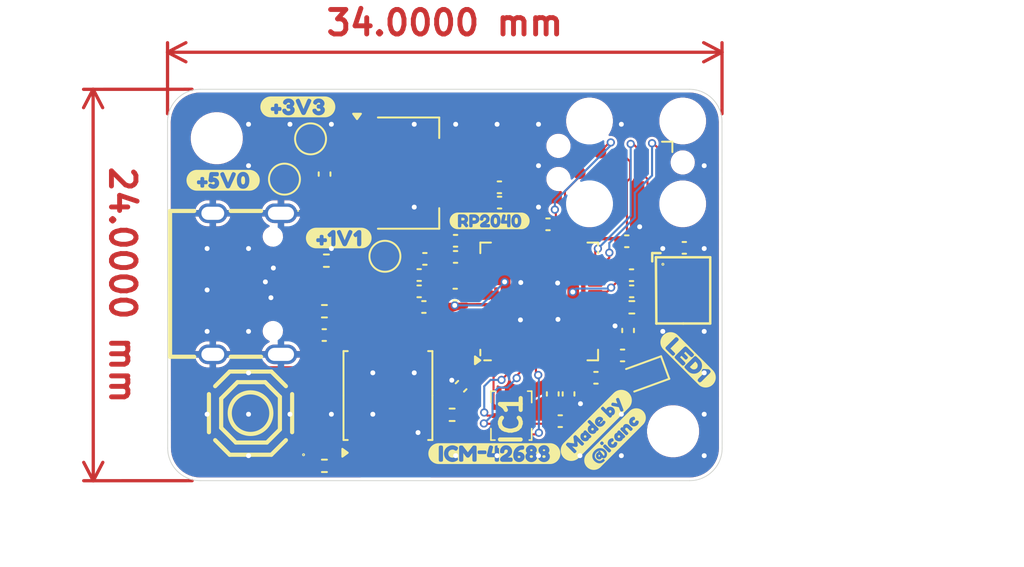
<source format=kicad_pcb>
(kicad_pcb (version 20240108) (generator "pcbnew") (generator_version "8.0")
  (layers (0 "F.Cu" signal) (31 "B.Cu" signal) (34 "B.Paste" user) (35 "F.Paste" user) (36 "B.SilkS" user "B.Silkscreen") (37 "F.SilkS" user "F.Silkscreen") (38 "B.Mask" user) (39 "F.Mask" user) (44 "Edge.Cuts" user))
  (net 0 "")
  (net 1 "/GPIO20")
  (net 2 "GND")
  (net 3 "+1V1")
  (net 4 "+3V3")
  (net 5 "+5V")
  (net 6 "/XIN")
  (net 7 "Net-(X101-OSC1)")
  (net 8 "Net-(D101-A)")
  (net 9 "/SCLK")
  (net 10 "/CS")
  (net 11 "/SDO")
  (net 12 "/SDI")
  (net 13 "/INT2")
  (net 14 "/INT1")
  (net 15 "/RUN")
  (net 16 "/SWCLK")
  (net 17 "/SWD")
  (net 18 "Net-(U104-B)")
  (net 19 "/QSPI_SS")
  (net 20 "Net-(U102-CC2)")
  (net 21 "Net-(U102-CC1)")
  (net 22 "/XOUT")
  (net 23 "Net-(U1-USB_DP)")
  (net 24 "/USB_P")
  (net 25 "/USB_N")
  (net 26 "Net-(U1-USB_DM)")
  (net 27 "/LED_HB")
  (net 29 "/QSPI_SD1")
  (net 30 "/GPIO19")
  (net 32 "/QSPI_SD3")
  (net 33 "/GPIO21")
  (net 37 "/QSPI_SD2")
  (net 39 "/QSPI_SD0")
  (net 43 "/QSPI_SCLK")
  (net 52 "/GPIO16")
  (net 53 "/GPIO17")
  (footprint "footprints:USB-C_SMD-TYPE-C-31-M-12" (layer "F.Cu") (at 120 95 -90)
    (property "Reference" "U102" (hide yes))
    (property "Value" "USB-TYPE-C-018")
  )
  (footprint "footprints:IIM42352" (layer "F.Cu") (at 135.83 103.08 90)
    (property "Reference" "IC1")
    (property "Value" "ICM-42688-P" (hide yes))
  )
  (footprint "Package_DFN_QFN:QFN-56-1EP_7x7mm_P0.4mm_EP3.2x3.2mm" (layer "F.Cu") (at 137.54 96.08 90)
    (property "Reference" "U1" (hide yes))
    (property "Value" "RP2040")
  )
  (footprint "Capacitor_SMD:C_0402_1005Metric" (layer "F.Cu") (at 142.91 92.39)
    (property "Reference" "C114" (hide yes))
    (property "Value" "100nF")
  )
  (footprint "kibuzzard-66F14B33" (layer "F.Cu") (at 142.19 104.52 45)
    (property "Reference" "kibuzzard-66F14B33" (hide yes))
    (property "Value" "G***" (hide yes))
  )
  (footprint "footprints:OSC-SMD_4P-L3.2-W2.5-BL" (layer "F.Cu") (at 146.375032 95.400076 -90)
    (property "Reference" "X101" (hide yes))
    (property "Value" "X322512MSB4SI")
  )
  (footprint "Capacitor_SMD:C_0402_1005Metric" (layer "F.Cu") (at 130.47 96.42 180)
    (property "Reference" "C102" (hide yes))
    (property "Value" "100nF")
  )
  (footprint "Capacitor_SMD:C_0402_1005Metric" (layer "F.Cu") (at 124.36 98.14 180)
    (property "Reference" "C105" (hide yes))
    (property "Value" "100n")
  )
  (footprint "Capacitor_SMD:C_0402_1005Metric" (layer "F.Cu") (at 141.02 100.76 180)
    (property "Reference" "R108" (hide yes))
    (property "Value" "1kΩ")
  )
  (footprint "Capacitor_SMD:C_0402_1005Metric" (layer "F.Cu") (at 130.53 93.47 180)
    (property "Reference" "C104" (hide yes))
    (property "Value" "1uF")
  )
  (footprint "Capacitor_SMD:C_0402_1005Metric" (layer "F.Cu") (at 142.99 97.86 -90)
    (property "Reference" "C108" (hide yes))
    (property "Value" "15pF")
  )
  (footprint "Capacitor_SMD:C_0402_1005Metric" (layer "F.Cu") (at 138.83 103.42)
    (property "Reference" "C8" (hide yes))
    (property "Value" "10nF")
  )
  (footprint "Package_TO_SOT_SMD:SOT-223-3_TabPin2" (layer "F.Cu") (at 129.5 88.21)
    (property "Reference" "U103" (hide yes))
    (property "Value" "NCP1117-3.3_SOT223")
  )
  (footprint "Resistor_SMD:R_0402_1005Metric" (layer "F.Cu") (at 124.37 96.68 180)
    (property "Reference" "R103" (hide yes))
    (property "Value" "5.1K")
  )
  (footprint "Resistor_SMD:R_0402_1005Metric" (layer "F.Cu") (at 124.370001 106.16 180)
    (property "Reference" "R101" (hide yes))
    (property "Value" "1k")
  )
  (footprint "Capacitor_SMD:C_0402_1005Metric" (layer "F.Cu") (at 138.08 91.35 180)
    (property "Reference" "C115" (hide yes))
    (property "Value" "100nF")
  )
  (footprint "kibuzzard-66F14561" (layer "F.Cu") (at 134.5 91.14)
    (property "Reference" "kibuzzard-66F14561" (hide yes))
    (property "Value" "G***" (hide yes))
  )
  (footprint "Capacitor_SMD:C_0402_1005Metric" (layer "F.Cu") (at 135.11 90.02)
    (property "Reference" "C107" (hide yes))
    (property "Value" "10u")
  )
  (footprint "Capacitor_SMD:C_0402_1005Metric" (layer "F.Cu") (at 132.75 101.28 -135)
    (property "Reference" "C112" (hide yes))
    (property "Value" "100nF")
  )
  (footprint "kibuzzard-66F14AE0" (layer "F.Cu") (at 118.16 88.65)
    (property "Reference" "kibuzzard-66F14AE0" (hide yes))
    (property "Value" "G***" (hide yes))
  )
  (footprint "TestPoint:TestPoint_Pad_D1.5mm" (layer "F.Cu") (at 128.08 93.31)
    (property "Reference" "TP101" (hide yes))
    (property "Value" "Test_1V1")
  )
  (footprint "kibuzzard-66F14520" (layer "F.Cu") (at 122.74 84.15)
    (property "Reference" "kibuzzard-66F14520" (hide yes))
    (property "Value" "G***" (hide yes))
  )
  (footprint "Capacitor_SMD:C_0402_1005Metric" (layer "F.Cu") (at 132.41 93.35 180)
    (property "Reference" "C101" (hide yes))
    (property "Value" "1uF/10V")
  )
  (footprint "Capacitor_SMD:C_0402_1005Metric" (layer "F.Cu") (at 143.21 95.46)
    (property "Reference" "C117" (hide yes))
    (property "Value" "100nF")
  )
  (footprint "Capacitor_SMD:C_0402_1005Metric" (layer "F.Cu") (at 130.18 95.46)
    (property "Reference" "R106" (hide yes))
    (property "Value" "27Ω")
  )
  (footprint "Resistor_SMD:R_0402_1005Metric" (layer "F.Cu") (at 124.49 93.58)
    (property "Reference" "R104" (hide yes))
    (property "Value" "5.1K")
  )
  (footprint "Capacitor_SMD:C_0402_1005Metric" (layer "F.Cu") (at 124.38 88.27 90)
    (property "Reference" "C106" (hide yes))
    (property "Value" "10u")
  )
  (footprint "TestPoint:TestPoint_Pad_D1.5mm" (layer "F.Cu") (at 123.52 86.11)
    (property "Reference" "TP102" (hide yes))
    (property "Value" "Test_3V3")
  )
  (footprint "kibuzzard-66F14516" (layer "F.Cu") (at 125.25 92.19)
    (property "Reference" "kibuzzard-66F14516" (hide yes))
    (property "Value" "G***" (hide yes))
  )
  (footprint "TestPoint:TestPoint_Pad_D1.5mm" (layer "F.Cu") (at 121.92 88.58)
    (property "Reference" "TP103" (hide yes))
    (property "Value" "Test_5V5")
  )
  (footprint "kibuzzard-66F144BA" (layer "F.Cu") (at 146.67 99.66 -45)
    (property "Reference" "kibuzzard-66F144BA" (hide yes))
    (property "Value" "G***" (hide yes))
  )
  (footprint "Resistor_SMD:R_0402_1005Metric" (layer "F.Cu") (at 143.22 96.44)
    (property "Reference" "R105" (hide yes))
    (property "Value" "1k")
  )
  (footprint "Capacitor_SMD:C_0402_1005Metric" (layer "F.Cu") (at 130.18 94.46)
    (property "Reference" "R107" (hide yes))
    (property "Value" "27Ω")
  )
  (footprint "LED_SMD:LED_0603_1608Metric" (layer "F.Cu") (at 143.869296 100.640704 -160)
    (property "Reference" "D101" (hide yes))
    (property "Value" "LED")
  )
  (footprint "Capacitor_SMD:C_0402_1005Metric" (layer "F.Cu") (at 132.39 95.66 180)
    (property "Reference" "C116" (hide yes))
    (property "Value" "100nF")
  )
  (footprint "Connector:Tag-Connect_TC2050-IDC-FP_2x05_P1.27mm_Vertical" (layer "F.Cu") (at 142.53 87.555 180)
    (property "Reference" "J102" (hide yes))
    (property "Value" "TC2050-IDC")
  )
  (footprint "Resistor_SMD:R_0402_1005Metric" (layer "F.Cu") (at 132.2 103.03 180)
    (property "Reference" "R102" (hide yes))
    (property "Value" "10kΩ/1%")
  )
  (footprint "Package_SO:SOIC-8_5.23x5.23mm_P1.27mm" (layer "F.Cu") (at 128.265 101.85 90)
    (property "Reference" "U101" (hide yes))
    (property "Value" "W25Q128JVS")
  )
  (footprint "Capacitor_SMD:C_0402_1005Metric" (layer "F.Cu") (at 139.34 101.75 -90)
    (property "Reference" "C9" (hide yes))
    (property "Value" "0.1uF/10V")
  )
  (footprint "kibuzzard-66F1440E" (layer "F.Cu") (at 134.79 105.41)
    (property "Reference" "kibuzzard-66F1440E" (hide yes))
    (property "Value" "G***" (hide yes))
  )
  (footprint "Capacitor_SMD:C_0402_1005Metric" (layer "F.Cu") (at 146.438323 92.793177)
    (property "Reference" "C109" (hide yes))
    (property "Value" "15pF")
  )
  (footprint "Capacitor_SMD:C_0402_1005Metric" (layer "F.Cu") (at 135.1 89.08)
    (property "Reference" "C110" (hide yes))
    (property "Value" "10u")
  )
  (footprint "Capacitor_SMD:C_0402_1005Metric" (layer "F.Cu") (at 138.37 101.75 -90)
    (property "Reference" "C10" (hide yes))
    (property "Value" "2.2uF/10V")
  )
  (footprint "Capacitor_SMD:C_0402_1005Metric" (layer "F.Cu") (at 142.65 99.39)
    (property "Reference" "C111" (hide yes))
    (property "Value" "100nF")
  )
  (footprint "kibuzzard-66F14B1E" (layer "F.Cu") (at 141.04 103.68 45)
    (property "Reference" "kibuzzard-66F14B1E" (hide yes))
    (property "Value" "G***" (hide yes))
  )
  (footprint "MountingHole:MountingHole_2.7mm_M2.5" (layer "F.Cu") (at 117.77 86.07)
    (property "Reference" "H101" (hide yes))
    (property "Value" "MountingHole")
  )
  (footprint "Capacitor_SMD:C_0402_1005Metric" (layer "F.Cu") (at 132.41 92.36 180)
    (property "Reference" "C113" (hide yes))
    (property "Value" "100nF")
  )
  (footprint "Capacitor_SMD:C_0402_1005Metric" (layer "F.Cu") (at 143.2 94.47)
    (property "Reference" "C103" (hide yes))
    (property "Value" "100nF")
  )
  (footprint "footprints:SW-SMD_4P-L5.1-W5.1-P3.70-LS6.5-TL-2" (layer "F.Cu") (at 119.839975 102.929784 180)
    (property "Reference" "U104" (hide yes))
    (property "Value" "TS-1187A-B-A-B")
  )
  (footprint "MountingHole:MountingHole_2.7mm_M2.5" (layer "F.Cu") (at 145.75 104.04)
    (property "Reference" "H102" (hide yes))
    (property "Value" "MountingHole")
  )
  (gr_arc (start 116.76 107.07) (mid 115.345786 106.484214) (end 114.76 105.07) (stroke (width 0.05)) (layer "Edge.Cuts"))
  (gr_line (start 114.76 105.07) (end 114.75 85.07) (stroke (width 0.05)) (layer "Edge.Cuts"))
  (gr_line (start 148.75 85.07) (end 148.76 105.07) (stroke (width 0.05)) (layer "Edge.Cuts"))
  (gr_arc (start 114.75 85.07) (mid 115.335786 83.655786) (end 116.75 83.07) (stroke (width 0.05)) (layer "Edge.Cuts"))
  (gr_arc (start 146.75 83.07) (mid 148.164214 83.655786) (end 148.75 85.07) (stroke (width 0.05)) (layer "Edge.Cuts"))
  (gr_arc (start 148.76 105.07) (mid 148.174214 106.484214) (end 146.76 107.07) (stroke (width 0.05)) (layer "Edge.Cuts"))
  (gr_line (start 116.75 83.07) (end 146.75 83.07) (stroke (width 0.05)) (layer "Edge.Cuts"))
  (gr_line (start 146.76 107.07) (end 116.76 107.07) (stroke (width 0.05)) (layer "Edge.Cuts"))
  (dimension (type aligned) (layer "F.Cu") (pts (xy 148.75 85.07) (xy 114.75 85.07)) (height 4.269999) (gr_text "34.0000 mm" (at 131.75 79.000001 0) (layer "F.Cu") (effects (font (size 1.5 1.5) (thickness 0.3)))) (format (prefix "") (suffix "") (units 3) (units_format 1) (precision 4)) (style (thickness 0.2) (arrow_length 1.27) (text_position_mode 0) (extension_height 0.58642) (extension_offset 0.5) keep_text_aligned))
  (dimension (type aligned) (layer "F.Cu") (pts (xy 116.75 83.07) (xy 116.76 107.07)) (height 6.562974) (gr_text "24.0000 mm" (at 111.992027 95.071985 270.0238732) (layer "F.Cu") (effects (font (size 1.5 1.5) (thickness 0.3)))) (format (prefix "") (suffix "") (units 3) (units_format 1) (precision 4)) (style (thickness 0.2) (arrow_length 1.27) (text_position_mode 0) (extension_height 0.58642) (extension_offset 0.5) keep_text_aligned))
  (segment (start 141.246714 91.59595) (end 142.13 90.712664) (width 0.127) (layer "F.Cu") (net 1))
  (segment (start 139.34 92.205) (end 139.94905 91.59595) (width 0.127) (layer "F.Cu") (net 1))
  (segment (start 139.34 92.6425) (end 139.34 92.205) (width 0.127) (layer "F.Cu") (net 1))
  (segment (start 142.13 89.06) (end 141.26 88.19) (width 0.127) (layer "F.Cu") (net 1))
  (segment (start 142.13 90.712664) (end 142.13 89.06) (width 0.127) (layer "F.Cu") (net 1))
  (segment (start 139.94905 91.59595) (end 141.246714 91.59595) (width 0.127) (layer "F.Cu") (net 1))
  (segment (start 146.918323 93.968259) (end 147.250064 94.3) (width 0.5) (layer "F.Cu") (net 2))
  (segment (start 146.918323 92.793177) (end 146.918323 93.968259) (width 0.5) (layer "F.Cu") (net 2))
  (segment (start 139.95 102.23) (end 140.07 102.35) (width 0.127) (layer "F.Cu") (net 2))
  (segment (start 132.410589 101.140589) (end 132.18 100.91) (width 0.127) (layer "F.Cu") (net 2))
  (segment (start 130.125 104.135) (end 130.11 104.12) (width 0.127) (layer "F.Cu") (net 2))
  (segment (start 143.39 92.39) (end 143.39 91.81) (width 0.127) (layer "F.Cu") (net 2))
  (segment (start 142.19 97.58) (end 141.69 97.08) (width 0.2) (layer "F.Cu") (net 2))
  (segment (start 141.69 97.08) (end 140.9775 97.08) (width 0.2) (layer "F.Cu") (net 2))
  (segment (start 130.125 105.58) (end 130.125 104.135) (width 0.127) (layer "F.Cu") (net 2))
  (segment (start 143.39 91.81) (end 143.7 91.5) (width 0.127) (layer "F.Cu") (net 2))
  (segment (start 132.410589 101.619411) (end 132.410589 101.140589) (width 0.127) (layer "F.Cu") (net 2))
  (segment (start 139.34 102.23) (end 139.95 102.23) (width 0.127) (layer "F.Cu") (net 2))
  (via (at 138.69 97.18) (size 0.5) (drill 0.3) (layers "F.Cu" "B.Cu") (net 2))
  (via (at 119.717743 102.996001) (size 0.5) (drill 0.3) (layers "F.Cu" "B.Cu") (net 2))
  (via (at 119.717743 85.216001) (size 0.5) (drill 0.3) (layers "F.Cu" "B.Cu") (net 2))
  (via (at 117.177743 97.916001) (size 0.5) (drill 0.3) (layers "F.Cu" "B.Cu") (net 2))
  (via (at 119.717743 87.756001) (size 0.5) (drill 0.3) (layers "F.Cu" "B.Cu") (net 2))
  (via (at 143.7 91.5) (size 0.5) (drill 0.3) (layers "F.Cu" "B.Cu") (net 2))
  (via (at 145.117743 97.916001) (size 0.5) (drill 0.3) (layers "F.Cu" "B.Cu") (net 2))
  (via (at 134.957743 85.216001) (size 0.5) (drill 0.3) (layers "F.Cu" "B.Cu") (net 2))
  (via (at 124.797743 92.836001) (size 0.5) (drill 0.3) (layers "F.Cu" "B.Cu") (net 2))
  (via (at 137.497743 85.216001) (size 0.5) (drill 0.3) (layers "F.Cu" "B.Cu") (net 2))
  (via (at 129.877743 85.216001) (size 0.5) (drill 0.3) (layers "F.Cu" "B.Cu") (net 2))
  (via (at 120.75 94.88) (size 0.5) (drill 0.3) (layers "F.Cu" "B.Cu") (net 2))
  (via (at 124.797743 102.996001) (size 0.5) (drill 0.3) (layers "F.Cu" "B.Cu") (net 2))
  (via (at 121.09 95.85) (size 0.5) (drill 0.3) (layers "F.Cu" "B.Cu") (net 2))
  (via (at 142.19 97.58) (size 0.5) (drill 0.3) (layers "F.Cu" "B.Cu") (net 2))
  (via (at 117.177743 92.836001) (size 0.5) (drill 0.3) (layers "F.Cu" "B.Cu") (net 2))
  (via (at 147.657743 102.996001) (size 0.5) (drill 0.3) (layers "F.Cu" "B.Cu") (net 2))
  (via (at 119.717743 92.836001) (size 0.5) (drill 0.3) (layers "F.Cu" "B.Cu") (net 2))
  (via (at 134.957743 105.536001) (size 0.5) (drill 0.3) (layers "F.Cu" "B.Cu") (net 2))
  (via (at 132.417743 85.216001) (size 0.5) (drill 0.3) (layers "F.Cu" "B.Cu") (net 2))
  (via (at 147.657743 87.756001) (size 0.5) (drill 0.3) (layers "F.Cu" "B.Cu") (net 2))
  (via (at 127.337743 102.996001) (size 0.5) (drill 0.3) (layers "F.Cu" "B.Cu") (net 2))
  (via (at 124.797743 85.216001) (size 0.5) (drill 0.3) (layers "F.Cu" "B.Cu") (net 2))
  (via (at 117.177743 102.996001) (size 0.5) (drill 0.3) (layers "F.Cu" "B.Cu") (net 2))
  (via (at 130.11 104.12) (size 0.5) (drill 0.3) (layers "F.Cu" "B.Cu") (net 2))
  (via (at 129.877743 100.456001) (size 0.5) (drill 0.3) (layers "F.Cu" "B.Cu") (net 2))
  (via (at 137.497743 90.296001) (size 0.5) (drill 0.3) (layers "F.Cu" "B.Cu") (net 2))
  (via (at 132.417743 105.536001) (size 0.5) (drill 0.3) (layers "F.Cu" "B.Cu") (net 2))
  (via (at 147.657743 105.536001) (size 0.5) (drill 0.3) (layers "F.Cu" "B.Cu") (net 2))
  (via (at 117.177743 95.376001) (size 0.5) (drill 0.3) (layers "F.Cu" "B.Cu") (net 2))
  (via (at 122.257743 85.216001) (size 0.5) (drill 0.3) (layers "F.Cu" "B.Cu") (net 2))
  (via (at 132.18 100.91) (size 0.5) (drill 0.3) (layers "F.Cu" "B.Cu") (net 2))
  (via (at 136.41 94.92) (size 0.5) (drill 0.3) (layers "F.Cu" "B.Cu") (net 2))
  (via (at 147.657743 100.456001) (size 0.5) (drill 0.3) (layers "F.Cu" "B.Cu") (net 2))
  (via (at 121.24 94.03) (size 0.5) (drill 0.3) (layers "F.Cu" "B.Cu") (net 2))
  (via (at 119.717743 100.456001) (size 0.5) (drill 0.3) (layers "F.Cu" "B.Cu") (net 2))
  (via (at 129.877743 90.296001) (size 0.5) (drill 0.3) (layers "F.Cu" "B.Cu") (net 2))
  (via (at 127.337743 100.456001) (size 0.5) (drill 0.3) (layers "F.Cu" "B.Cu") (net 2))
  (via (at 147.657743 97.916001) (size 0.5) (drill 0.3) (layers "F.Cu" "B.Cu") (net 2))
  (via (at 140.037743 105.536001) (size 0.5) (drill 0.3) (layers "F.Cu" "B.Cu") (net 2))
  (via (at 136.39 97.21) (size 0.5) (drill 0.3) (layers "F.Cu" "B.Cu") (net 2))
  (via (at 122.257743 102.996001) (size 0.5) (drill 0.3) (layers "F.Cu" "B.Cu") (net 2))
  (via (at 140.07 102.35) (size 0.5) (drill 0.3) (layers "F.Cu" "B.Cu") (net 2))
  (via (at 142.577743 105.536001) (size 0.5) (drill 0.3) (layers "F.Cu" "B.Cu") (net 2))
  (via (at 142.577743 85.216001) (size 0.5) (drill 0.3) (layers "F.Cu" "B.Cu") (net 2))
  (via (at 137.497743 87.756001) (size 0.5) (drill 0.3) (layers "F.Cu" "B.Cu") (net 2))
  (via (at 119.717743 97.916001) (size 0.5) (drill 0.3) (layers "F.Cu" "B.Cu") (net 2))
  (via (at 138.67 94.95) (size 0.5) (drill 0.3) (layers "F.Cu" "B.Cu") (net 2))
  (via (at 119.717743 105.536001) (size 0.5) (drill 0.3) (layers "F.Cu" "B.Cu") (net 2))
  (via (at 147.657743 92.836001) (size 0.5) (drill 0.3) (layers "F.Cu" "B.Cu") (net 2))
  (via (at 142.577743 102.996001) (size 0.5) (drill 0.3) (layers "F.Cu" "B.Cu") (net 2))
  (via (at 137.497743 105.536001) (size 0.5) (drill 0.3) (layers "F.Cu" "B.Cu") (net 2))
  (via (at 145.117743 92.836001) (size 0.5) (drill 0.3) (layers "F.Cu" "B.Cu") (net 2))
  (segment (start 135.08 94.28) (end 135.2 94.4) (width 0.2) (layer "F.Cu") (net 3))
  (segment (start 131.01 93.47) (end 131.463 93.923) (width 0.2) (layer "F.Cu") (net 3))
  (segment (start 133.671875 94.28) (end 134.1025 94.28) (width 0.2) (layer "F.Cu") (net 3))
  (segment (start 134.1025 94.28) (end 135.08 94.28) (width 0.2) (layer "F.Cu") (net 3))
  (segment (start 133.314875 93.923) (end 133.671875 94.28) (width 0.2) (layer "F.Cu") (net 3))
  (segment (start 128.08 93.31) (end 128.83 92.56) (width 0.2088) (layer "F.Cu") (net 3))
  (segment (start 140.9775 95.479999) (end 141.710001 95.479999) (width 0.127) (layer "F.Cu") (net 3))
  (segment (start 131.463 93.923) (end 133.314875 93.923) (width 0.2) (layer "F.Cu") (net 3))
  (segment (start 141.710001 95.479999) (end 142.72 94.47) (width 0.127) (layer "F.Cu") (net 3))
  (segment (start 128.83 92.56) (end 130.1 92.56) (width 0.2088) (layer "F.Cu") (net 3))
  (segment (start 130.1 92.56) (end 131.01 93.47) (width 0.2088) (layer "F.Cu") (net 3))
  (segment (start 142.72 94.47) (end 142.72 94.56) (width 0.2088) (layer "F.Cu") (net 3))
  (via (at 141.95 95.23) (size 0.5) (drill 0.3) (layers "F.Cu" "B.Cu") (net 3))
  (via (at 132.36 96.32) (size 0.5) (drill 0.3) (layers "F.Cu" "B.Cu") (net 3))
  (via (at 139.6 95.5) (size 0.5) (drill 0.3) (layers "F.Cu" "B.Cu") (net 3))
  (via (at 135.42 94.88) (size 0.5) (drill 0.3) (layers "F.Cu" "B.Cu") (net 3))
  (segment (start 141.89 95.29) (end 139.81 95.29) (width 0.127) (layer "B.Cu") (net 3))
  (segment (start 133.98 96.32) (end 135.42 94.88) (width 0.127) (layer "B.Cu") (net 3))
  (segment (start 139.81 95.29) (end 139.6 95.5) (width 0.127) (layer "B.Cu") (net 3))
  (segment (start 132.36 96.32) (end 133.98 96.32) (width 0.127) (layer "B.Cu") (net 3))
  (segment (start 141.95 95.23) (end 141.89 95.29) (width 0.127) (layer "B.Cu") (net 3))
  (segment (start 132.89 92.36) (end 132.9825 92.36) (width 0.2) (layer "F.Cu") (net 4))
  (segment (start 136.73 103.58) (end 138.19 103.58) (width 0.127) (layer "F.Cu") (net 4))
  (segment (start 142.27 92.23) (end 141.03 92.23) (width 0.2088) (layer "F.Cu") (net 4))
  (segment (start 138.8505 103.9205) (end 139.59078 103.9205) (width 0.127) (layer "F.Cu") (net 4))
  (segment (start 133.089411 100.940589) (end 134.5125 99.5175) (width 0.5) (layer "F.Cu") (net 4))
  (segment (start 141.85 86.33) (end 141.26 86.92) (width 0.127) (layer "F.Cu") (net 4))
  (segment (start 126.36 98.25) (end 124.457879 100.152121) (width 0.2) (layer "F.Cu") (net 4))
  (segment (start 138.19 103.58) (end 138.35 103.42) (width 0.127) (layer "F.Cu") (net 4))
  (segment (start 134.94 99.5175) (end 134.94 98.82) (width 0.2) (layer "F.Cu") (net 4))
  (segment (start 138.57 99.5475) (end 138.54 99.5175) (width 0.127) (layer "F.Cu") (net 4))
  (segment (start 133.572499 93.35) (end 134.1025 93.880001) (width 0.2) (layer "F.Cu") (net 4))
  (segment (start 123.52 86.11) (end 125.62 88.21) (width 0.127) (layer "F.Cu") (net 4))
  (segment (start 138.54 92.6425) (end 138.54 93.71) (width 0.2) (layer "F.Cu") (net 4))
  (segment (start 138.54 101.1) (end 138.54 99.5175) (width 0.127) (layer "F.Cu") (net 4))
  (segment (start 140.4714 92.7886) (end 140.4714 93.147946) (width 0.2088) (layer "F.Cu") (net 4))
  (segment (start 119.11 90) (end 123 86.11) (width 0.2) (layer "F.Cu") (net 4))
  (segment (start 138.54 93.71) (end 138.58 93.75) (width 0.2) (layer "F.Cu") (net 4))
  (segment (start 141.93 86.33) (end 141.85 86.33) (width 0.127) (layer "F.Cu") (net 4))
  (segment (start 124.457879 100.152121) (end 120.882121 100.152121) (width 0.2) (layer "F.Cu") (net 4))
  (segment (start 120.882121 100.152121) (end 119.11 98.38) (width 0.2) (layer "F.Cu") (net 4))
  (segment (start 141.03 92.23) (end 140.4714 92.7886) (width 0.2088) (layer "F.Cu") (net 4))
  (segment (start 138.56 91.35) (end 138.56 92.6225) (width 0.127) (layer "F.Cu") (net 4))
  (segment (start 140.63 102.88128) (end 140.63 101.98) (width 0.127) (layer "F.Cu") (net 4))
  (segment (start 140.850654 99.39) (end 140.13 98.669346) (width 0.2088) (layer "F.Cu") (net 4))
  (segment (start 142.31 95.88) (end 140.9775 95.88) (width 0.2) (layer "F.Cu") (net 4))
  (segment (start 142.43 92.39) (end 142.27 92.23) (width 0.2088) (layer "F.Cu") (net 4))
  (segment (start 124.84 98.14) (end 126.075 98.14) (width 0.127) (layer "F.Cu") (net 4))
  (segment (start 134.5125 99.5175) (end 134.850039 99.5175) (width 0.5) (layer "F.Cu") (net 4))
  (segment (start 137.24 101.27) (end 136.58 101.93) (width 0.127) (layer "F.Cu") (net 4))
  (segment (start 132.709999 103.03) (end 133.089411 102.650588) (width 0.127) (layer "F.Cu") (net 4))
  (segment (start 133.089411 102.650588) (end 133.089411 100.940589) (width 0.127) (layer "F.Cu") (net 4))
  (segment (start 142.17 99.39) (end 140.850654 99.39) (width 0.2088) (layer "F.Cu") (net 4))
  (segment (start 119.11 98.38) (end 119.11 90) (width 0.2) (layer "F.Cu") (net 4))
  (segment (start 138.54 100.47) (end 138.54 99.5175) (width 0.127) (layer "F.Cu") (net 4))
  (segment (start 132.87 95.66) (end 134.63 95.66) (width 0.5) (layer "F.Cu") (net 4))
  (segment (start 138.54 99.5175) (end 138.54 98.68) (width 0.2) (layer "F.Cu") (net 4))
  (segment (start 126.075 98.14) (end 126.315 98.38) (width 0.127) (layer "F.Cu") (net 4))
  (segment (start 125.62 88.21) (end 126.350001 88.21) (width 0.127) (layer "F.Cu") (net 4))
  (segment (start 135.26 93.48) (end 135.28 93.5) (width 0.2) (layer "F.Cu") (net 4))
  (segment (start 139.59078 103.9205) (end 140.63 102.88128) (width 0.127) (layer "F.Cu") (net 4))
  (segment (start 132.9825 92.36) (end 134.1025 93.48) (width 0.2) (layer "F.Cu") (net 4))
  (segment (start 140.43 95.88) (end 140.14 96.17) (width 0.2) (layer "F.Cu") (net 4))
  (segment (start 134.94 98.82) (end 135.14 98.62) (width 0.2) (layer "F.Cu") (net 4))
  (segment (start 138.37 101.27) (end 137.24 101.27) (width 0.127) (layer "F.Cu") (net 4))
  (segment (start 138.37 101.27) (end 138.54 101.1) (width 0.127) (layer "F.Cu") (net 4))
  (segment (start 132.89 93.35) (end 133.572499 93.35) (width 0.2) (layer "F.Cu") (net 4))
  (segment (start 138.35 103.42) (end 138.8505 103.9205) (width 0.127) (layer "F.Cu") (net 4))
  (segment (start 140.13 98.669346) (end 140.13 98.66) (width 0.2088) (layer "F.Cu") (net 4))
  (segment (start 123 86.11) (end 123.52 86.11) (width 0.2) (layer "F.Cu") (net 4))
  (segment (start 134.63 95.66) (end 134.86 95.89) (width 0.5) (layer "F.Cu") (net 4))
  (segment (start 138.56 90.51) (end 138.5 90.45) (width 0.127) (layer "F.Cu") (net 4))
  (segment (start 138.56 91.35) (end 138.56 90.51) (width 0.127) (layer "F.Cu") (net 4))
  (segment (start 142.73 95.46) (end 142.31 95.88) (width 0.2) (layer "F.Cu") (net 4))
  (segment (start 140.13 93.489346) (end 140.13 93.61) (width 0.2088) (layer "F.Cu") (net 4))
  (segment (start 139.92 101.27) (end 139.34 101.27) (width 0.127) (layer "F.Cu") (net 4))
  (segment (start 140.9775 95.88) (end 140.43 95.88) (width 0.2) (layer "F.Cu") (net 4))
  (segment (start 134.1025 93.48) (end 135.26 93.48) (width 0.2) (layer "F.Cu") (net 4))
  (segment (start 140.63 101.98) (end 139.92 101.27) (width 0.127) (layer "F.Cu") (net 4))
  (segment (start 138.56 92.6225) (end 138.54 92.6425) (width 0.127) (layer "F.Cu") (net 4))
  (segment (start 140.4714 93.147946) (end 140.13 93.489346) (width 0.2088) (layer "F.Cu") (net 4))
  (segment (start 139.34 101.27) (end 138.54 100.47) (width 0.127) (layer "F.Cu") (net 4))
  (via (at 141.93 86.33) (size 0.5) (drill 0.3) (layers "F.Cu" "B.Cu") (net 4))
  (via (at 138.5 90.45) (size 0.5) (drill 0.3) (layers "F.Cu" "B.Cu") (net 4))
  (segment (start 141.93 86.33) (end 141.93 86.504816) (width 0.127) (layer "B.Cu") (net 4))
  (segment (start 141.93 86.504816) (end 138.5 89.934816) (width 0.127) (layer "B.Cu") (net 4))
  (segment (start 138.5 89.934816) (end 138.5 90.45) (width 0.127) (layer "B.Cu") (net 4))
  (segment (start 119.94 95.58) (end 121.910165 97.550165) (width 0.2) (layer "F.Cu") (net 5))
  (segment (start 121.98 88.51) (end 124.14 88.51) (width 0.127) (layer "F.Cu") (net 5))
  (segment (start 121.910165 97.550165) (end 122.474143 97.550165) (width 0.2) (layer "F.Cu") (net 5))
  (segment (start 124.14 88.51) (end 124.38 88.75) (width 0.127) (layer "F.Cu") (net 5))
  (segment (start 119.94 94.434207) (end 119.94 95.58) (width 0.2) (layer "F.Cu") (net 5))
  (segment (start 122.474143 92.750064) (end 121.624143 92.750064) (width 0.2) (layer "F.Cu") (net 5))
  (segment (start 121.624143 92.750064) (end 119.94 94.434207) (width 0.2) (layer "F.Cu") (net 5))
  (segment (start 140.9775 96.680001) (end 142.165933 96.680001) (width 0.127) (layer "F.Cu") (net 6))
  (segment (start 142.165933 96.680001) (end 142.865932 97.38) (width 0.127) (layer "F.Cu") (net 6))
  (segment (start 142.99 97.38) (end 143.000652 97.390652) (width 0.127) (layer "F.Cu") (net 6))
  (segment (start 146.359564 97.390652) (end 147.250064 96.500152) (width 0.127) (layer "F.Cu") (net 6))
  (segment (start 142.865932 97.38) (end 142.99 97.38) (width 0.127) (layer "F.Cu") (net 6))
  (segment (start 143.000652 97.390652) (end 146.359564 97.390652) (width 0.127) (layer "F.Cu") (net 6))
  (segment (start 145.5 94.67) (end 145.5 94.3) (width 0.127) (layer "F.Cu") (net 7))
  (segment (start 143.73 96.44) (end 145.5 94.67) (width 0.127) (layer "F.Cu") (net 7))
  (segment (start 145.958323 93.841677) (end 145.5 94.3) (width 0.5) (layer "F.Cu") (net 7))
  (segment (start 145.958323 92.793177) (end 145.958323 93.841677) (width 0.5) (layer "F.Cu") (net 7))
  (segment (start 141.5 100.76) (end 142.979241 100.76) (width 0.127) (layer "F.Cu") (net 8))
  (segment (start 142.979241 100.76) (end 143.129287 100.910046) (width 0.127) (layer "F.Cu") (net 8))
  (segment (start 134.36 103.08) (end 134.17 102.89) (width 0.127) (layer "F.Cu") (net 9))
  (segment (start 135.23 100.89) (end 136.14 99.98) (width 0.127) (layer "F.Cu") (net 9))
  (segment (start 134.93 103.08) (end 134.36 103.08) (width 0.127) (layer "F.Cu") (net 9))
  (segment (start 136.14 99.98) (end 136.14 99.5175) (width 0.127) (layer "F.Cu") (net 9))
  (via (at 135.23 100.89) (size 0.5) (drill 0.3) (layers "F.Cu" "B.Cu") (net 9))
  (via (at 134.17 102.89) (size 0.5) (drill 0.3) (layers "F.Cu" "B.Cu") (net 9))
  (segment (start 134.56 100.89) (end 134.17 101.28) (width 0.127) (layer "B.Cu") (net 9))
  (segment (start 135.23 100.89) (end 134.56 100.89) (width 0.127) (layer "B.Cu") (net 9))
  (segment (start 134.17 101.28) (end 134.17 102.89) (width 0.127) (layer "B.Cu") (net 9))
  (segment (start 134.93 102.58) (end 134.7395 102.3895) (width 0.127) (layer "F.Cu") (net 10))
  (segment (start 134.7395 102.3895) (end 134.7395 100.7205) (width 0.127) (layer "F.Cu") (net 10))
  (segment (start 135.237005 100.3995) (end 135.74 99.896505) (width 0.127) (layer "F.Cu") (net 10))
  (segment (start 135.74 99.896505) (end 135.74 99.5175) (width 0.127) (layer "F.Cu") (net 10))
  (segment (start 134.7395 100.7205) (end 135.0605 100.3995) (width 0.127) (layer "F.Cu") (net 10))
  (segment (start 135.0605 100.3995) (end 135.237005 100.3995) (width 0.127) (layer "F.Cu") (net 10))
  (segment (start 134.9445 100.1455) (end 135.091004 100.1455) (width 0.127) (layer "F.Cu") (net 11))
  (segment (start 133.6865 103.751988) (end 133.6865 101.4035) (width 0.127) (layer "F.Cu") (net 11))
  (segment (start 135.08 104.23) (end 134.164512 104.23) (width 0.127) (layer "F.Cu") (net 11))
  (segment (start 135.091004 100.1455) (end 135.2305 100.006004) (width 0.127) (layer "F.Cu") (net 11))
  (segment (start 133.6865 101.4035) (end 134.9445 100.1455) (width 0.127) (layer "F.Cu") (net 11))
  (segment (start 135.2305 100.006004) (end 135.2305 99.76) (width 0.127) (layer "F.Cu") (net 11))
  (segment (start 134.164512 104.23) (end 133.6865 103.751988) (width 0.127) (layer "F.Cu") (net 11))
  (segment (start 136.16 100.63) (end 136.54 100.25) (width 0.127) (layer "F.Cu") (net 12))
  (segment (start 136.54 100.25) (end 136.54 99.5175) (width 0.127) (layer "F.Cu") (net 12))
  (segment (start 134.93 103.58) (end 134.17 103.58) (width 0.127) (layer "F.Cu") (net 12))
  (segment (start 134.17 103.58) (end 134.15 103.56) (width 0.127) (layer "F.Cu") (net 12))
  (segment (start 136.16 100.78) (end 136.16 100.63) (width 0.127) (layer "F.Cu") (net 12))
  (via (at 136.16 100.78) (size 0.5) (drill 0.3) (layers "F.Cu" "B.Cu") (net 12))
  (via (at 134.15 103.56) (size 0.5) (drill 0.3) (layers "F.Cu" "B.Cu") (net 12))
  (segment (start 135.5865 101.3535) (end 136.16 100.78) (width 0.127) (layer "B.Cu") (net 12))
  (segment (start 134.15 103.56) (end 134.155488 103.56) (width 0.127) (layer "B.Cu") (net 12))
  (segment (start 135.038012 101.3535) (end 135.5865 101.3535) (width 0.127) (layer "B.Cu") (net 12))
  (segment (start 134.68 103.035488) (end 134.68 101.711512) (width 0.127) (layer "B.Cu") (net 12))
  (segment (start 134.155488 103.56) (end 134.68 103.035488) (width 0.127) (layer "B.Cu") (net 12))
  (segment (start 134.68 101.711512) (end 135.038012 101.3535) (width 0.127) (layer "B.Cu") (net 12))
  (segment (start 136.939999 100.900001) (end 136.4005 101.4395) (width 0.127) (layer "F.Cu") (net 13))
  (segment (start 136.08 101.599) (end 136.08 101.93) (width 0.127) (layer "F.Cu") (net 13))
  (segment (start 136.939999 99.5175) (end 136.939999 100.900001) (width 0.127) (layer "F.Cu") (net 13))
  (segment (start 136.2395 101.4395) (end 136.08 101.599) (width 0.127) (layer "F.Cu") (net 13))
  (segment (start 136.4005 101.4395) (end 136.2395 101.4395) (width 0.127) (layer "F.Cu") (net 13))
  (segment (start 137.34 100.45) (end 137.34 99.5175) (width 0.127) (layer "F.Cu") (net 14))
  (segment (start 137.48 100.59) (end 137.34 100.45) (width 0.127) (layer "F.Cu") (net 14))
  (segment (start 136.58 104.23) (end 137.42 104.23) (width 0.127) (layer "F.Cu") (net 14))
  (segment (start 137.42 104.23) (end 137.52 104.13) (width 0.127) (layer "F.Cu") (net 14))
  (via (at 137.48 100.59) (size 0.5) (drill 0.3) (layers "F.Cu" "B.Cu") (net 14))
  (via (at 137.52 104.13) (size 0.5) (drill 0.3) (layers "F.Cu" "B.Cu") (net 14))
  (segment (start 137.52 104.13) (end 137.52 100.63) (width 0.127) (layer "B.Cu") (net 14))
  (segment (start 137.52 100.63) (end 137.48 100.59) (width 0.127) (layer "B.Cu") (net 14))
  (segment (start 141.356505 94.28) (end 142.9195 92.717005) (width 0.127) (layer "F.Cu") (net 15))
  (segment (start 143.1142 88.533584) (end 143.1142 87.5042) (width 0.127) (layer "F.Cu") (net 15))
  (segment (start 140.9775 94.28) (end 141.356505 94.28) (width 0.127) (layer "F.Cu") (net 15))
  (segment (start 142.9195 92.717005) (end 142.9195 88.728284) (width 0.127) (layer "F.Cu") (net 15))
  (segment (start 143.1142 87.5042) (end 142.53 86.92) (width 0.127) (layer "F.Cu") (net 15))
  (segment (start 142.9195 88.728284) (end 143.1142 88.533584) (width 0.127) (layer "F.Cu") (net 15))
  (segment (start 142.59872 93.81) (end 143.24 93.81) (width 0.127) (layer "F.Cu") (net 16))
  (segment (start 141.6055 94.831004) (end 141.6055 94.80322) (width 0.127) (layer "F.Cu") (net 16))
  (segment (start 140.9775 95.08) (end 141.356504 95.08) (width 0.127) (layer "F.Cu") (net 16))
  (segment (start 141.356504 95.08) (end 141.6055 94.831004) (width 0.127) (layer "F.Cu") (net 16))
  (segment (start 144.83 92.22) (end 144.83 88.43) (width 0.127) (layer "F.Cu") (net 16))
  (segment (start 141.6055 94.80322) (end 142.59872 93.81) (width 0.127) (layer "F.Cu") (net 16))
  (segment (start 143.24 93.81) (end 144.83 92.22) (width 0.127) (layer "F.Cu") (net 16))
  (segment (start 144.83 88.43) (end 145.07 88.19) (width 0.127) (layer "F.Cu") (net 16))
  (segment (start 143.15901 92.8905) (end 143.67078 92.8905) (width 0.127) (layer "F.Cu") (net 17))
  (segment (start 140.9775 94.68) (end 141.36951 94.68) (width 0.127) (layer "F.Cu") (net 17))
  (segment (start 144.18 92.38128) (end 144.18 88.57) (width 0.127) (layer "F.Cu") (net 17))
  (segment (start 144.18 88.57) (end 143.8 88.19) (width 0.127) (layer "F.Cu") (net 17))
  (segment (start 141.36951 94.68) (end 143.15901 92.8905) (width 0.127) (layer "F.Cu") (net 17))
  (segment (start 143.67078 92.8905) (end 144.18 92.38128) (width 0.127) (layer "F.Cu") (net 17))
  (segment (start 117.746243 105.986243) (end 116.54 104.78) (width 0.127) (layer "F.Cu") (net 18))
  (segment (start 123.860002 106.16) (end 123.686245 105.986243) (width 0.127) (layer "F.Cu") (net 18))
  (segment (start 123.686245 105.986243) (end 117.746243 105.986243) (width 0.127) (layer "F.Cu") (net 18))
  (segment (start 126.315 105.58) (end 125.735 106.16) (width 0.127) (layer "F.Cu") (net 19))
  (segment (start 126.804501 106.6945) (end 130.6755 106.6945) (width 0.127) (layer "F.Cu") (net 19))
  (segment (start 130.6755 106.6945) (end 131.7165 105.6535) (width 0.127) (layer "F.Cu") (net 19))
  (segment (start 131.7165 105.6535) (end 131.7165 100.718012) (width 0.127) (layer "F.Cu") (net 19))
  (segment (start 126.36 106.249999) (end 126.804501 106.6945) (width 0.127) (layer "F.Cu") (net 19))
  (segment (start 126.36 105.45) (end 126.36 106.249999) (width 0.127) (layer "F.Cu") (net 19))
  (segment (start 131.7165 100.718012) (end 133.754512 98.68) (width 0.127) (layer "F.Cu") (net 19))
  (segment (start 133.754512 98.68) (end 134.1025 98.68) (width 0.127) (layer "F.Cu") (net 19))
  (segment (start 125.735 106.16) (end 124.88 106.16) (width 0.127) (layer "F.Cu") (net 19))
  (segment (start 123.860001 96.68) (end 122.544207 96.68) (width 0.2088) (layer "F.Cu") (net 20))
  (segment (start 122.544207 96.68) (end 122.474143 96.750064) (width 0.2088) (layer "F.Cu") (net 20))
  (segment (start 123.809937 93.750064) (end 122.474143 93.750064) (width 0.2088) (layer "F.Cu") (net 21))
  (segment (start 123.980001 93.58) (end 123.809937 93.750064) (width 0.2088) (layer "F.Cu") (net 21))
  (segment (start 142.71 96.44) (end 142.55 96.28) (width 0.2) (layer "F.Cu") (net 22))
  (segment (start 142.55 96.28) (end 140.9775 96.28) (width 0.2) (layer "F.Cu") (net 22))
  (segment (start 130.66 95.46) (end 131.04 95.08) (width 0.2088) (layer "F.Cu") (net 23))
  (segment (start 131.04 95.08) (end 134.1025 95.08) (width 0.2088) (layer "F.Cu") (net 23))
  (segment (start 128.966982 95.667894) (end 129.174876 95.46) (width 0.208788) (layer "F.Cu") (net 24))
  (segment (start 121.592749 95.592749) (end 121.750064 95.750064) (width 0.208788) (layer "F.Cu") (net 24))
  (segment (start 121.615355 94.750064) (end 121.592749 94.77267) (width 0.208788) (layer "F.Cu") (net 24))
  (segment (start 129.174876 95.46) (end 129.7 95.46) (width 0.208788) (layer "F.Cu") (net 24))
  (segment (start 121.592749 94.77267) (end 121.592749 95.592749) (width 0.208788) (layer "F.Cu") (net 24))
  (segment (start 123.449144 95.750064) (end 123.531314 95.667894) (width 0.208788) (layer "F.Cu") (net 24))
  (segment (start 122.474143 94.750064) (end 121.615355 94.750064) (width 0.208788) (layer "F.Cu") (net 24))
  (segment (start 121.750064 95.750064) (end 122.474143 95.750064) (width 0.208788) (layer "F.Cu") (net 24))
  (segment (start 123.531314 95.667894) (end 128.966982 95.667894) (width 0.208788) (layer "F.Cu") (net 24))
  (segment (start 122.474143 95.750064) (end 123.449144 95.750064) (width 0.208788) (layer "F.Cu") (net 24))
  (segment (start 123.332931 94.249936) (end 123.355537 94.272542) (width 0.208788) (layer "F.Cu") (net 25))
  (segment (start 123.449144 95.249936) (end 123.531314 95.332106) (width 0.208788) (layer "F.Cu") (net 25))
  (segment (start 122.474143 94.249936) (end 123.332931 94.249936) (width 0.208788) (layer "F.Cu") (net 25))
  (segment (start 123.13 95.249936) (end 122.474143 95.249936) (width 0.208788) (layer "F.Cu") (net 25))
  (segment (start 123.355537 94.272542) (end 123.355537 95.024399) (width 0.208788) (layer "F.Cu") (net 25))
  (segment (start 128.827894 95.332106) (end 129.7 94.46) (width 0.208788) (layer "F.Cu") (net 25))
  (segment (start 122.474143 95.249936) (end 123.449144 95.249936) (width 0.208788) (layer "F.Cu") (net 25))
  (segment (start 123.531314 95.332106) (end 128.827894 95.332106) (width 0.208788) (layer "F.Cu") (net 25))
  (segment (start 123.355537 95.024399) (end 123.13 95.249936) (width 0.208788) (layer "F.Cu") (net 25))
  (segment (start 133.603205 94.68) (end 134.1025 94.68) (width 0.2088) (layer "F.Cu") (net 26))
  (segment (start 130.69 94.43) (end 133.353205 94.43) (width 0.2088) (layer "F.Cu") (net 26))
  (segment (start 130.66 94.46) (end 130.69 94.43) (width 0.2088) (layer "F.Cu") (net 26))
  (segment (start 133.353205 94.43) (end 133.603205 94.68) (width 0.2088) (layer "F.Cu") (net 26))
  (segment (start 140.14 99.5175) (end 140.14 100.36) (width 0.127) (layer "F.Cu") (net 27))
  (segment (start 140.14 100.36) (end 140.54 100.76) (width 0.127) (layer "F.Cu") (net 27))
  (segment (start 133.723497 98.279999) (end 134.1025 98.279999) (width 0.127) (layer "F.Cu") (net 29))
  (segment (start 129.49 106.145696) (end 129.49 102.513496) (width 0.127) (layer "F.Cu") (net 29))
  (segment (start 129.195196 106.4405) (end 129.49 106.145696) (width 0.127) (layer "F.Cu") (net 29))
  (segment (start 127.63 105.45) (end 127.63 106.249999) (width 0.127) (layer "F.Cu") (net 29))
  (segment (start 129.49 102.513496) (end 133.723497 98.279999) (width 0.127) (layer "F.Cu") (net 29))
  (segment (start 127.820501 106.4405) (end 129.195196 106.4405) (width 0.127) (layer "F.Cu") (net 29))
  (segment (start 127.63 106.249999) (end 127.820501 106.4405) (width 0.127) (layer "F.Cu") (net 29))
  (segment (start 140.095049 91.84995) (end 141.37005 91.84995) (width 0.127) (layer "F.Cu") (net 30))
  (segment (start 141.37005 91.84995) (end 142.53 90.69) (width 0.127) (layer "F.Cu") (net 30))
  (segment (start 139.739999 92.6425) (end 139.739999 92.205) (width 0.127) (layer "F.Cu") (net 30))
  (segment (start 139.739999 92.205) (end 140.095049 91.84995) (width 0.127) (layer "F.Cu") (net 30))
  (segment (start 142.53 90.69) (end 142.53 88.19) (width 0.127) (layer "F.Cu") (net 30))
  (segment (start 133.335791 97.0055) (end 133.66129 96.680001) (width 0.127) (layer "F.Cu") (net 32))
  (segment (start 133.66129 96.680001) (end 134.1025 96.680001) (width 0.127) (layer "F.Cu") (net 32))
  (segment (start 127.63 97.450001) (end 128.074501 97.0055) (width 0.127) (layer "F.Cu") (net 32))
  (segment (start 128.074501 97.0055) (end 133.335791 97.0055) (width 0.127) (layer "F.Cu") (net 32))
  (segment (start 127.63 98.25) (end 127.63 97.450001) (width 0.127) (layer "F.Cu") (net 32))
  (segment (start 139.12 92.025) (end 139.12 89.32) (width 0.127) (layer "F.Cu") (net 33))
  (segment (start 139.12 89.32) (end 139.99 88.45) (width 0.127) (layer "F.Cu") (net 33))
  (segment (start 138.94 92.6425) (end 138.94 92.205) (width 0.127) (layer "F.Cu") (net 33))
  (segment (start 138.94 92.205) (end 139.12 92.025) (width 0.127) (layer "F.Cu") (net 33))
  (segment (start 139.99 88.45) (end 139.99 88.19) (width 0.127) (layer "F.Cu") (net 33))
  (segment (start 128.9 105.45) (end 128.9 102.703495) (width 0.127) (layer "F.Cu") (net 37))
  (segment (start 133.723495 97.88) (end 134.1025 97.88) (width 0.127) (layer "F.Cu") (net 37))
  (segment (start 128.9 102.703495) (end 133.723495 97.88) (width 0.127) (layer "F.Cu") (net 37))
  (segment (start 130.9065 97.5135) (end 134.069 97.5135) (width 0.127) (layer "F.Cu") (net 39))
  (segment (start 134.069 97.5135) (end 134.1025 97.48) (width 0.127) (layer "F.Cu") (net 39))
  (segment (start 130.17 98.25) (end 130.9065 97.5135) (width 0.127) (layer "F.Cu") (net 39))
  (segment (start 133.620501 97.08) (end 134.1025 97.08) (width 0.127) (layer "F.Cu") (net 43))
  (segment (start 133.441001 97.2595) (end 133.620501 97.08) (width 0.127) (layer "F.Cu") (net 43))
  (segment (start 128.9 98.25) (end 128.9 97.450001) (width 0.127) (layer "F.Cu") (net 43))
  (segment (start 129.090501 97.2595) (end 133.441001 97.2595) (width 0.127) (layer "F.Cu") (net 43))
  (segment (start 128.9 97.450001) (end 129.090501 97.2595) (width 0.127) (layer "F.Cu") (net 43))
  (segment (start 141.356503 93.880001) (end 141.84 93.396504) (width 0.127) (layer "F.Cu") (net 52))
  (segment (start 141.84 93.396504) (end 141.84 93.09) (width 0.127) (layer "F.Cu") (net 52))
  (segment (start 144.46 86.38) (end 144.53 86.38) (width 0.127) (layer "F.Cu") (net 52))
  (segment (start 140.9775 93.880001) (end 141.356503 93.880001) (width 0.127) (layer "F.Cu") (net 52))
  (segment (start 144.53 86.38) (end 145.07 86.92) (width 0.127) (layer "F.Cu") (net 52))
  (via (at 144.46 86.38) (size 0.5) (drill 0.3) (layers "F.Cu" "B.Cu") (net 52))
  (via (at 141.84 93.09) (size 0.5) (drill 0.3) (layers "F.Cu" "B.Cu") (net 52))
  (segment (start 143.404 89.416) (end 144.46 88.36) (width 0.127) (layer "B.Cu") (net 52))
  (segment (start 144.46 88.36) (end 144.46 86.38) (width 0.127) (layer "B.Cu") (net 52))
  (segment (start 141.84 93.09) (end 141.84 92.49921) (width 0.127) (layer "B.Cu") (net 52))
  (segment (start 143.404 90.93521) (end 143.404 89.416) (width 0.127) (layer "B.Cu") (net 52))
  (segment (start 141.84 92.49921) (end 143.404 90.93521) (width 0.127) (layer "B.Cu") (net 52))
  (segment (start 143.15 86.42) (end 143.3 86.42) (width 0.127) (layer "F.Cu") (net 53))
  (segment (start 140.9775 93.0025) (end 140.9775 93.48) (width 0.127) (layer "F.Cu") (net 53))
  (segment (start 141.14 92.84) (end 140.9775 93.0025) (width 0.127) (layer "F.Cu") (net 53))
  (segment (start 143.3 86.42) (end 143.8 86.92) (width 0.127) (layer "F.Cu") (net 53))
  (via (at 141.14 92.84) (size 0.5) (drill 0.3) (layers "F.Cu" "B.Cu") (net 53))
  (via (at 143.15 86.42) (size 0.5) (drill 0.3) (layers "F.Cu" "B.Cu") (net 53))
  (segment (start 143.15 86.42) (end 143.15 90.83) (width 0.127) (layer "B.Cu") (net 53))
  (segment (start 143.15 90.83) (end 141.14 92.84) (width 0.127) (layer "B.Cu") (net 53))
  (zone (net 3) (net_name "+1V1") (layer "F.Cu") (priority 3) (connect_pads (clearance 0.127)) (min_thickness 0.127) (fill yes (thermal_gap 0.5) (thermal_bridge_width 0.5) (island_removal_mode 2) (island_area_min 5))
    (polygon (pts (xy 130.61 96.17) (xy 130.61 96.88) (xy 131.74 96.88) (xy 132.81 96.54) (xy 133.55 96.42) (xy 134.56 96.42) (xy 134.56 96.15) (xy 133.53 96.15)))
  )
  (zone (net 4) (net_name "+3V3") (layer "F.Cu") (priority 1) (connect_pads yes (clearance 0.127)) (min_thickness 0.127) (fill yes (thermal_gap 0.508) (thermal_bridge_width 0.508) (island_removal_mode 1) (island_area_min 10))
    (polygon (pts (xy 140.38 93.28) (xy 140.38 98.88) (xy 134.78 98.88) (xy 134.78 96.08) (xy 134.78 95.28) (xy 134.78 93.28)))
  )
  (zone (net 3) (net_name "+1V1") (layer "F.Cu") (priority 1) (connect_pads yes (clearance 0.127)) (min_thickness 0.127) (fill yes (thermal_gap 0.508) (thermal_bridge_width 0.508))
    (polygon (pts (xy 135.78 94.08) (xy 135.78 97.680001) (xy 139.18 97.680001) (xy 139.18 95.08) (xy 139.979999 95.08) (xy 139.98 95.88) (xy 139.78 95.879999) (xy 139.78 98.28) (xy 135.38 98.28) (xy 135.38 95.48) (xy 135.18 95.48) (xy 135.18 95.08) (xy 134.78 95.08) (xy 134.78 94.08)))
  )
  (zone (net 4) (net_name "+3V3") (layer "F.Cu") (priority 4) (connect_pads (clearance 0.127)) (min_thickness 0.127) (fill yes (thermal_gap 0.2) (thermal_bridge_width 0.2) (island_removal_mode 2) (island_area_min 5))
    (polygon (pts (xy 138.35 99.09) (xy 138.35 99.97) (xy 136.82 101.61) (xy 136.41 101.61) (xy 136.41 102.24) (xy 136.82 102.24) (xy 138.05 101.61) (xy 139.75 101.6) (xy 139.75 100.79) (xy 138.68 99.97) (xy 138.68 99.09)))
  )
  (zone (net 5) (net_name "+5V") (layer "F.Cu") (priority 5) (connect_pads (clearance 0.127)) (min_thickness 0.25) (fill yes (thermal_gap 0.2) (thermal_bridge_width 0.4) (island_removal_mode 2) (island_area_min 10))
    (polygon (pts (xy 121.83 92.89) (xy 121.83 92.31) (xy 123.12 92.31) (xy 123.71 92.1) (xy 123.71 88.31) (xy 125 88.31) (xy 125.17 89.54) (xy 127.46 89.54) (xy 127.46 91.43) (xy 124.49 92.13) (xy 123.47 92.89)))
  )
  (zone (net 4) (net_name "+3V3") (layer "F.Cu") (priority 3) (connect_pads (clearance 0.127)) (min_thickness 0.127) (fill yes (thermal_gap 0.2) (thermal_bridge_width 0.4) (island_removal_mode 2) (island_area_min 10))
    (polygon (pts (xy 134.78 93.97) (xy 133.67 93.96) (xy 133.44 93.59) (xy 132.51 93.6) (xy 132.51 92.62) (xy 130.52 89.56) (xy 125.17 89.54) (xy 125.17 87.15) (xy 131.85 85.9) (xy 134.78 85.88) (xy 135.12 92.03) (xy 135.12 93.95)))
  )
  (zone (net 2) (net_name "GND") (layers "F&B.Cu") (connect_pads (clearance 0.127)) (min_thickness 0.127) (fill yes (thermal_gap 0.2) (thermal_bridge_width 0.4) (island_removal_mode 2) (island_area_min 3))
    (polygon (pts (xy 107.78 78.38) (xy 107.78 112.38) (xy 167.28 112.38) (xy 167.28 78.38)))
  )
)
</source>
